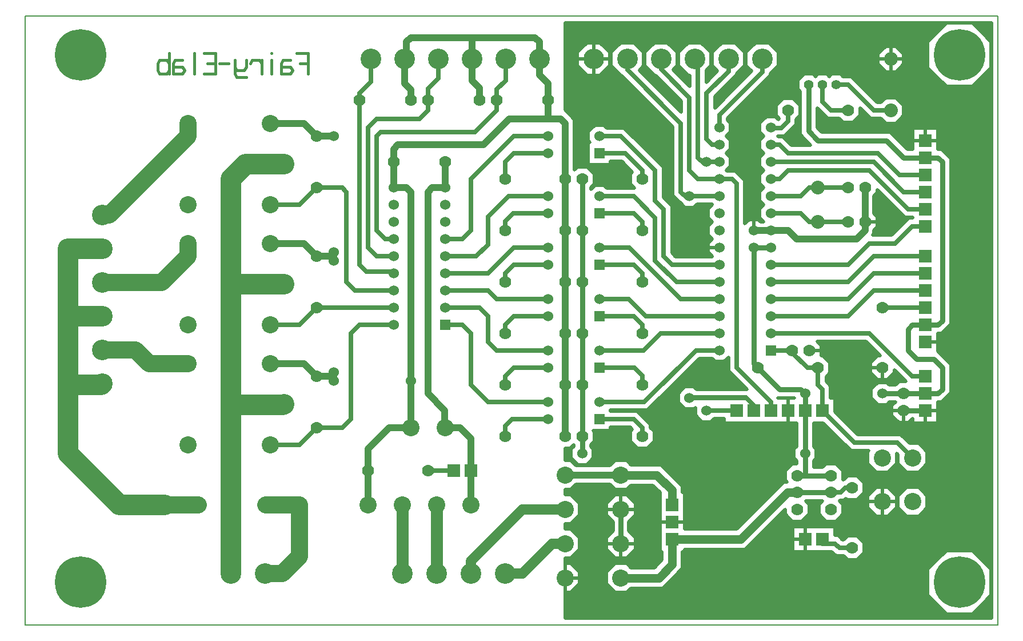
<source format=gbr>
G04 PROTEUS RS274X GERBER FILE*
%FSLAX45Y45*%
%MOMM*%
G01*
%ADD10C,0.635000*%
%ADD11C,3.048000*%
%ADD12C,2.540000*%
%ADD13C,1.016000*%
%ADD14C,0.762000*%
%ADD15C,1.778000*%
%ADD16C,1.270000*%
%ADD17C,1.524000*%
%ADD18C,1.524000*%
%ADD19C,0.508000*%
%ADD70R,1.524000X1.524000*%
%ADD71C,2.540000*%
%ADD20C,3.048000*%
%ADD21R,1.905000X1.905000*%
%ADD22C,2.032000*%
%ADD23C,1.778000*%
%ADD24C,1.397000*%
%ADD25C,7.620000*%
%ADD26C,0.203200*%
%ADD27C,0.457200*%
G36*
X+3266440Y-789941D02*
X-3048000Y-789941D01*
X-3048000Y-406399D01*
X-2958572Y-406399D01*
X-2832101Y-279928D01*
X-2832101Y-101072D01*
X-2958572Y+25399D01*
X-3048000Y+25399D01*
X-3048000Y+101601D01*
X-2958572Y+101601D01*
X-2832101Y+228072D01*
X-2832101Y+406928D01*
X-2958572Y+533399D01*
X-3048000Y+533399D01*
X-3048000Y+609601D01*
X-2958572Y+609601D01*
X-2832101Y+736072D01*
X-2832101Y+914928D01*
X-2958572Y+1041399D01*
X-3048000Y+1041399D01*
X-3048000Y+1117601D01*
X-2958572Y+1117601D01*
X-2882372Y+1193801D01*
X-2388128Y+1193801D01*
X-2311928Y+1117601D01*
X-2133072Y+1117601D01*
X-2069572Y+1181101D01*
X-1750918Y+1181101D01*
X-1642966Y+1073149D01*
X-1644649Y+1073149D01*
X-1644649Y+196851D01*
X-1612899Y+196851D01*
X-1612899Y+73143D01*
X-1724143Y-38101D01*
X-2069572Y-38101D01*
X-2133072Y+25399D01*
X-2311928Y+25399D01*
X-2438399Y-101072D01*
X-2438399Y-279928D01*
X-2311928Y-406399D01*
X-2133072Y-406399D01*
X-2069572Y-342899D01*
X-1597893Y-342899D01*
X-1308101Y-53107D01*
X-1308101Y+196851D01*
X-1276351Y+196851D01*
X-1276351Y+228601D01*
X-381376Y+228601D01*
X+211201Y+821178D01*
X+211201Y+751853D01*
X+315353Y+647701D01*
X+462647Y+647701D01*
X+566799Y+751853D01*
X+566799Y+899147D01*
X+517445Y+948501D01*
X+760555Y+948501D01*
X+711201Y+899147D01*
X+711201Y+751853D01*
X+815353Y+647701D01*
X+962647Y+647701D01*
X+1066799Y+751853D01*
X+1066799Y+899147D01*
X+1015446Y+950500D01*
X+1023797Y+958851D01*
X+1085311Y+958851D01*
X+1112257Y+985797D01*
X+1132853Y+965201D01*
X+1280147Y+965201D01*
X+1384299Y+1069353D01*
X+1384299Y+1216647D01*
X+1280147Y+1320799D01*
X+1132853Y+1320799D01*
X+1075703Y+1263649D01*
X+1066799Y+1263649D01*
X+1066799Y+1399147D01*
X+962647Y+1503299D01*
X+815353Y+1503299D01*
X+764553Y+1452499D01*
X+634999Y+1452499D01*
X+634999Y+1544514D01*
X+673099Y+1582614D01*
X+673099Y+1719386D01*
X+634999Y+1757486D01*
X+634999Y+2101851D01*
X+775527Y+2101851D01*
X+1184550Y+1692828D01*
X+1451001Y+1692828D01*
X+1435101Y+1676928D01*
X+1435101Y+1498072D01*
X+1561572Y+1371601D01*
X+1740428Y+1371601D01*
X+1866899Y+1498072D01*
X+1866899Y+1650979D01*
X+1885101Y+1632777D01*
X+1885101Y+1498072D01*
X+2011572Y+1371601D01*
X+2190428Y+1371601D01*
X+2316899Y+1498072D01*
X+2316899Y+1676928D01*
X+2190428Y+1803399D01*
X+2055723Y+1803399D01*
X+1924996Y+1934126D01*
X+1284496Y+1934126D01*
X+946149Y+2272473D01*
X+946149Y+2470149D01*
X+882649Y+2470149D01*
X+882649Y+2653473D01*
X+819149Y+2716973D01*
X+819149Y+2790203D01*
X+876299Y+2847353D01*
X+876299Y+2994647D01*
X+772147Y+3098799D01*
X+746745Y+3098799D01*
X+749299Y+3101353D01*
X+749299Y+3248647D01*
X+689595Y+3308351D01*
X+1410527Y+3308351D01*
X+1620079Y+3098799D01*
X+1577353Y+3098799D01*
X+1473201Y+2994647D01*
X+1473201Y+2847353D01*
X+1577353Y+2743201D01*
X+1724647Y+2743201D01*
X+1828799Y+2847353D01*
X+1828799Y+2890079D01*
X+2001079Y+2717799D01*
X+1894853Y+2717799D01*
X+1844053Y+2666999D01*
X+1757486Y+2666999D01*
X+1719386Y+2705099D01*
X+1582614Y+2705099D01*
X+1485901Y+2608386D01*
X+1485901Y+2471614D01*
X+1582614Y+2374901D01*
X+1719386Y+2374901D01*
X+1757486Y+2413001D01*
X+1844053Y+2413001D01*
X+1844054Y+2413000D01*
X+1790701Y+2359647D01*
X+1790701Y+2212353D01*
X+1894853Y+2108201D01*
X+2042147Y+2108201D01*
X+2101851Y+2167905D01*
X+2101851Y+2101851D01*
X+2470149Y+2101851D01*
X+2470149Y+2413001D01*
X+2529103Y+2413001D01*
X+2666999Y+2550897D01*
X+2666999Y+2973604D01*
X+2470149Y+3170454D01*
X+2470149Y+3429001D01*
X+2529103Y+3429001D01*
X+2666999Y+3566897D01*
X+2666999Y+6021603D01*
X+2529103Y+6159499D01*
X+2470149Y+6159499D01*
X+2470149Y+6470649D01*
X+2101851Y+6470649D01*
X+2101851Y+6159499D01*
X+2021103Y+6159499D01*
X+1767104Y+6413498D01*
X+751104Y+6413498D01*
X+685799Y+6478803D01*
X+685799Y+6763579D01*
X+839027Y+6610351D01*
X+1012203Y+6610351D01*
X+1069353Y+6553201D01*
X+1216647Y+6553201D01*
X+1320799Y+6657353D01*
X+1320799Y+6763579D01*
X+1474027Y+6610351D01*
X+1629243Y+6610351D01*
X+1699093Y+6540501D01*
X+1856907Y+6540501D01*
X+1968499Y+6652093D01*
X+1968499Y+6809907D01*
X+1856907Y+6921499D01*
X+1699093Y+6921499D01*
X+1629243Y+6851649D01*
X+1573973Y+6851649D01*
X+1192973Y+7232649D01*
X+1069056Y+7232649D01*
X+1030956Y+7270749D01*
X+899444Y+7270749D01*
X+863600Y+7234905D01*
X+827756Y+7270749D01*
X+696244Y+7270749D01*
X+660400Y+7234905D01*
X+624556Y+7270749D01*
X+493044Y+7270749D01*
X+400051Y+7177756D01*
X+400051Y+7046244D01*
X+431801Y+7014494D01*
X+431801Y+6373597D01*
X+588749Y+6216649D01*
X+303973Y+6216649D01*
X+176973Y+6343649D01*
X+112836Y+6343649D01*
X+106617Y+6349868D01*
X+204814Y+6349868D01*
X+374649Y+6519703D01*
X+374649Y+6600203D01*
X+431799Y+6657353D01*
X+431799Y+6804647D01*
X+327647Y+6908799D01*
X+180353Y+6908799D01*
X+76201Y+6804647D01*
X+76201Y+6657353D01*
X+123628Y+6609926D01*
X+112094Y+6598392D01*
X+68386Y+6642099D01*
X-68386Y+6642099D01*
X-165099Y+6545386D01*
X-165099Y+6408614D01*
X-106485Y+6350000D01*
X-165099Y+6291386D01*
X-165099Y+6154614D01*
X-106485Y+6096000D01*
X-165099Y+6037386D01*
X-165099Y+5900614D01*
X-106485Y+5842000D01*
X-165099Y+5783386D01*
X-165099Y+5646614D01*
X-106485Y+5588000D01*
X-165099Y+5529386D01*
X-165099Y+5392614D01*
X-106485Y+5334000D01*
X-165099Y+5275386D01*
X-165099Y+5138614D01*
X-106485Y+5080000D01*
X-106487Y+5079998D01*
X-147513Y+5079998D01*
X-185614Y+5118099D01*
X-322386Y+5118099D01*
X-387351Y+5053134D01*
X-387351Y+5701473D01*
X-521527Y+5835649D01*
X-649164Y+5835649D01*
X-655515Y+5842000D01*
X-596901Y+5900614D01*
X-596901Y+6037386D01*
X-655515Y+6096000D01*
X-596901Y+6154614D01*
X-596901Y+6291386D01*
X-655515Y+6350000D01*
X-596901Y+6408614D01*
X-596901Y+6545386D01*
X-641351Y+6589836D01*
X-641351Y+6617527D01*
X-6351Y+7252527D01*
X-6351Y+7272401D01*
X+114299Y+7393051D01*
X+114299Y+7592949D01*
X-27051Y+7734299D01*
X-226949Y+7734299D01*
X-368299Y+7592949D01*
X-368299Y+7393051D01*
X-287685Y+7312437D01*
X-831851Y+6768271D01*
X-831851Y+6935026D01*
X-506731Y+7260146D01*
X-506731Y+7272401D01*
X-386081Y+7393051D01*
X-386081Y+7592949D01*
X-527431Y+7734299D01*
X-727329Y+7734299D01*
X-868679Y+7592949D01*
X-868679Y+7393051D01*
X-791874Y+7316246D01*
X-958851Y+7149270D01*
X-958851Y+7320661D01*
X-886461Y+7393051D01*
X-886461Y+7592949D01*
X-1027811Y+7734299D01*
X-1227709Y+7734299D01*
X-1369059Y+7592949D01*
X-1369059Y+7393051D01*
X-1227709Y+7251701D01*
X-1200149Y+7251701D01*
X-1200149Y+7085771D01*
X-1447135Y+7332757D01*
X-1386841Y+7393051D01*
X-1386841Y+7592949D01*
X-1528191Y+7734299D01*
X-1728089Y+7734299D01*
X-1869439Y+7592949D01*
X-1869439Y+7393051D01*
X-1728089Y+7251701D01*
X-1707323Y+7251701D01*
X-1327149Y+6871527D01*
X-1327149Y+6704771D01*
X-1950055Y+7327677D01*
X-1884681Y+7393051D01*
X-1884681Y+7592949D01*
X-2026031Y+7734299D01*
X-2225929Y+7734299D01*
X-2367279Y+7592949D01*
X-2367279Y+7393051D01*
X-2225929Y+7251701D01*
X-2215323Y+7251701D01*
X-1454149Y+6490527D01*
X-1454149Y+5474527D01*
X-1319973Y+5340351D01*
X-1319336Y+5340351D01*
X-1274886Y+5295901D01*
X-1138114Y+5295901D01*
X-1093664Y+5340351D01*
X-874836Y+5340351D01*
X-868485Y+5334000D01*
X-927099Y+5275386D01*
X-927099Y+5138614D01*
X-868485Y+5080000D01*
X-927099Y+5021386D01*
X-927099Y+4884614D01*
X-868485Y+4826000D01*
X-927099Y+4767386D01*
X-927099Y+4630614D01*
X-868485Y+4572000D01*
X-874836Y+4565649D01*
X-1410525Y+4565648D01*
X-1466852Y+4621975D01*
X-1466852Y+5320474D01*
X-1593851Y+5447473D01*
X-1593851Y+5891973D01*
X-2172527Y+6470649D01*
X-2427164Y+6470649D01*
X-2471614Y+6515099D01*
X-2608386Y+6515099D01*
X-2705099Y+6418386D01*
X-2705099Y+6281614D01*
X-2684584Y+6261099D01*
X-2705099Y+6261099D01*
X-2705099Y+5930901D01*
X-2374901Y+5930901D01*
X-2374901Y+5975351D01*
X-2208974Y+5975351D01*
X-2052534Y+5818912D01*
X-2082799Y+5788647D01*
X-2082799Y+5641353D01*
X-2023095Y+5581649D01*
X-2427164Y+5581649D01*
X-2471614Y+5626099D01*
X-2608386Y+5626099D01*
X-2667001Y+5567484D01*
X-2667001Y+5590553D01*
X-2616201Y+5641353D01*
X-2616201Y+5788647D01*
X-2720353Y+5892799D01*
X-2867647Y+5892799D01*
X-2908301Y+5852145D01*
X-2908301Y+6598365D01*
X-3048000Y+6738064D01*
X-3048000Y+8028941D01*
X+3266440Y+8028941D01*
X+3266440Y-789941D01*
G37*
%LPC*%
G36*
X-2385061Y+7592949D02*
X-2385061Y+7393051D01*
X-2526411Y+7251701D01*
X-2726309Y+7251701D01*
X-2867659Y+7393051D01*
X-2867659Y+7592949D01*
X-2726309Y+7734299D01*
X-2526411Y+7734299D01*
X-2385061Y+7592949D01*
G37*
G36*
X-2006601Y+914928D02*
X-2006601Y+736072D01*
X-2108201Y+634472D01*
X-2108201Y+508528D01*
X-2006601Y+406928D01*
X-2006601Y+228072D01*
X-2133072Y+101601D01*
X-2311928Y+101601D01*
X-2438399Y+228072D01*
X-2438399Y+406928D01*
X-2336799Y+508528D01*
X-2336799Y+634472D01*
X-2438399Y+736072D01*
X-2438399Y+914928D01*
X-2311928Y+1041399D01*
X-2133072Y+1041399D01*
X-2006601Y+914928D01*
G37*
G36*
X+1885101Y+848072D02*
X+1885101Y+1026928D01*
X+2011572Y+1153399D01*
X+2190428Y+1153399D01*
X+2316899Y+1026928D01*
X+2316899Y+848072D01*
X+2190428Y+721601D01*
X+2011572Y+721601D01*
X+1885101Y+848072D01*
G37*
G36*
X+1435101Y+848072D02*
X+1435101Y+1026928D01*
X+1561572Y+1153399D01*
X+1740428Y+1153399D01*
X+1866899Y+1026928D01*
X+1866899Y+848072D01*
X+1740428Y+721601D01*
X+1561572Y+721601D01*
X+1435101Y+848072D01*
G37*
G36*
X+1856907Y+7302501D02*
X+1699093Y+7302501D01*
X+1587501Y+7414093D01*
X+1587501Y+7571907D01*
X+1699093Y+7683499D01*
X+1856907Y+7683499D01*
X+1968499Y+7571907D01*
X+1968499Y+7414093D01*
X+1856907Y+7302501D01*
G37*
G36*
X+946149Y+438149D02*
X+999892Y+438149D01*
X+1063392Y+374649D01*
X+1075703Y+374649D01*
X+1132853Y+431799D01*
X+1280147Y+431799D01*
X+1384299Y+327647D01*
X+1384299Y+180353D01*
X+1280147Y+76201D01*
X+1132853Y+76201D01*
X+1075703Y+133351D01*
X+963446Y+133351D01*
X+899946Y+196851D01*
X+323851Y+196851D01*
X+323851Y+565149D01*
X+946149Y+565149D01*
X+946149Y+438149D01*
G37*
G36*
X+2324101Y+7361861D02*
X+2324101Y+7751139D01*
X+2599361Y+8026399D01*
X+2988639Y+8026399D01*
X+3263899Y+7751139D01*
X+3263899Y+7361861D01*
X+2988639Y+7086601D01*
X+2599361Y+7086601D01*
X+2324101Y+7361861D01*
G37*
G36*
X+2324101Y-448639D02*
X+2324101Y-59361D01*
X+2599361Y+215899D01*
X+2988639Y+215899D01*
X+3263899Y-59361D01*
X+3263899Y-448639D01*
X+2988639Y-723899D01*
X+2599361Y-723899D01*
X+2324101Y-448639D01*
G37*
%LPD*%
G36*
X-628649Y+2871027D02*
X-357123Y+2599501D01*
X-1096016Y+2599501D01*
X-1138114Y+2641599D01*
X-1274886Y+2641599D01*
X-1371599Y+2544886D01*
X-1371599Y+2408114D01*
X-1274886Y+2311401D01*
X-1138114Y+2311401D01*
X-1117599Y+2331916D01*
X-1117599Y+2217614D01*
X-1020886Y+2120901D01*
X-884114Y+2120901D01*
X-839664Y+2165351D01*
X-692149Y+2165351D01*
X-692149Y+2101851D01*
X+381001Y+2101851D01*
X+381001Y+1757486D01*
X+342901Y+1719386D01*
X+342901Y+1582614D01*
X+381001Y+1544514D01*
X+381001Y+1503299D01*
X+315353Y+1503299D01*
X+211201Y+1399147D01*
X+211201Y+1251853D01*
X+235155Y+1227899D01*
X+186874Y+1227899D01*
X-507626Y+533399D01*
X-1276351Y+533399D01*
X-1276351Y+1073149D01*
X-1308101Y+1073149D01*
X-1308101Y+1169332D01*
X-1624668Y+1485899D01*
X-2069572Y+1485899D01*
X-2133072Y+1549399D01*
X-2311928Y+1549399D01*
X-2388128Y+1473199D01*
X-2882372Y+1473199D01*
X-2958572Y+1549399D01*
X-3048000Y+1549399D01*
X-3048000Y+1727201D01*
X-2974353Y+1727201D01*
X-2921000Y+1780554D01*
X-2920998Y+1780552D01*
X-2920998Y+1757487D01*
X-2959099Y+1719386D01*
X-2959099Y+1582614D01*
X-2862386Y+1485901D01*
X-2725614Y+1485901D01*
X-2628901Y+1582614D01*
X-2628901Y+1719386D01*
X-2667002Y+1757487D01*
X-2667002Y+1780552D01*
X-2616201Y+1831353D01*
X-2616201Y+1978647D01*
X-2631455Y+1993901D01*
X-2374901Y+1993901D01*
X-2374901Y+2038351D01*
X-2081973Y+2038351D01*
X-2052534Y+2008912D01*
X-2082799Y+1978647D01*
X-2082799Y+1831353D01*
X-1978647Y+1727201D01*
X-1831353Y+1727201D01*
X-1727201Y+1831353D01*
X-1727201Y+1978647D01*
X-1784351Y+2035797D01*
X-1784351Y+2081973D01*
X-1982027Y+2279649D01*
X-2374901Y+2279649D01*
X-2374901Y+2292351D01*
X-1824238Y+2292352D01*
X-1060239Y+3056351D01*
X-874836Y+3056351D01*
X-830386Y+3011901D01*
X-693614Y+3011901D01*
X-628649Y+3076866D01*
X-628649Y+2871027D01*
G37*
G36*
X+1982027Y+5149851D02*
X+2101851Y+5149851D01*
X+2101851Y+5137149D01*
X+2045527Y+5137149D01*
X+1791527Y+4883149D01*
X+1506751Y+4883149D01*
X+1523998Y+4900396D01*
X+1523998Y+4955552D01*
X+1574799Y+5006353D01*
X+1574799Y+5153647D01*
X+1523999Y+5204447D01*
X+1523998Y+5334000D01*
X+1523999Y+5463553D01*
X+1574799Y+5514353D01*
X+1574799Y+5557079D01*
X+1982027Y+5149851D01*
G37*
G36*
X+342901Y+2471614D02*
X+344366Y+2470149D01*
X+113473Y+2470149D01*
X+107121Y+2476501D01*
X+342901Y+2476501D01*
X+342901Y+2471614D01*
G37*
D10*
X-3302000Y+6096000D02*
X-3810000Y+6096000D01*
X-3937000Y+5969000D01*
X-3937000Y+5715000D01*
X-3302000Y+5207000D02*
X-3819582Y+5207000D01*
X-3936360Y+5090222D01*
X-3936360Y+4953640D01*
X-3937000Y+4953000D01*
X-3302000Y+4445000D02*
X-3810000Y+4445000D01*
X-3937000Y+4318000D01*
X-3937000Y+4191000D01*
X-3302000Y+3683000D02*
X-3810000Y+3683000D01*
X-3937000Y+3556000D01*
X-3937000Y+3429000D01*
X-3302000Y+3937000D02*
X-4064000Y+3937000D01*
X-4191000Y+4064000D01*
X-4826000Y+4064000D01*
X-3302000Y+4699000D02*
X-3810000Y+4699000D01*
X-4191000Y+4318000D01*
X-4826000Y+4318000D01*
X-3302000Y+5461000D02*
X-3885259Y+5461000D01*
X-4191000Y+5155259D01*
X-4191000Y+4743686D01*
X-4363469Y+4571217D01*
X-4825217Y+4571217D01*
X-4826000Y+4572000D01*
X-3302000Y+2921000D02*
X-3810000Y+2921000D01*
X-3937000Y+2794000D01*
X-3937000Y+2667000D01*
X-3302000Y+3175000D02*
X-4064784Y+3175000D01*
X-4191000Y+3301216D01*
X-4191000Y+3683000D01*
X-4318000Y+3810000D01*
X-4826000Y+3810000D01*
X-3302000Y+2159000D02*
X-3833519Y+2159000D01*
X-3931512Y+2061007D01*
X-3931512Y+1910488D01*
X-3937000Y+1905000D01*
X-3302000Y+2413000D02*
X-4191000Y+2413000D01*
X-4445000Y+2667000D01*
X-4445000Y+3429000D01*
X-4572000Y+3556000D01*
X-4826000Y+3556000D01*
D11*
X-9906000Y+3683000D02*
X-10414000Y+3683000D01*
X-10414000Y+2988518D01*
X-9906000Y+4681220D02*
X-10414000Y+4681220D01*
X-10414000Y+3683000D01*
X-10414000Y+2988518D02*
X-10414000Y+2667000D01*
X-10414000Y+1651000D01*
X-9652000Y+889000D01*
X-8985000Y+889000D01*
D12*
X-7493000Y-127000D02*
X-7239000Y-127000D01*
X-6985000Y+127000D01*
X-6985000Y+889000D01*
X-8636000Y+4756000D02*
X-8636000Y+4572000D01*
X-9024620Y+4183380D01*
X-9906000Y+4183380D01*
X-8636000Y+6534000D02*
X-8635999Y+6350002D01*
X-9804401Y+5181600D01*
X-9906000Y+5181600D01*
D11*
X-7216000Y+4156000D02*
X-8000296Y+4156000D01*
X-8001000Y+4156704D01*
X-8001000Y+2547339D01*
X-8001000Y-127000D02*
X-8001000Y+2547339D01*
X-8001000Y+4156704D02*
X-8001000Y+5715000D01*
X-7782000Y+5934000D01*
X-7216000Y+5934000D01*
X-8001000Y+2547339D02*
X-8000999Y+2368991D01*
X-7225009Y+2368991D01*
X-7216000Y+2378000D01*
D13*
X-7416000Y+6534000D02*
X-6915000Y+6534000D01*
X-6731000Y+6350000D01*
D10*
X-7416000Y+5334000D02*
X-6985000Y+5334000D01*
X-6731000Y+5588000D01*
D13*
X-7416000Y+4756000D02*
X-6915000Y+4756000D01*
X-6731000Y+4572000D01*
D10*
X-7416000Y+3556000D02*
X-6985000Y+3556000D01*
X-6731000Y+3810000D01*
D13*
X-7416000Y+2978000D02*
X-6915000Y+2978000D01*
X-6731000Y+2794000D01*
D10*
X-7416000Y+1778000D02*
X-6985000Y+1778000D01*
X-6731000Y+2032000D01*
X-5588000Y+3810000D02*
X-6731000Y+3810000D01*
D13*
X-5588000Y+5969000D02*
X-5588000Y+5588000D01*
X-4826000Y+5969000D02*
X-4826000Y+5588000D01*
X-5427980Y+7493000D02*
X-5427980Y+7130395D01*
X-5331460Y+7033875D01*
X-5331460Y+6880860D01*
D10*
X-5928360Y+7493000D02*
X-5928360Y+7153450D01*
X-6093460Y+6988350D01*
X-6093460Y+6880860D01*
X-3929380Y+7493000D02*
X-3929380Y+7173893D01*
X-4061460Y+7041813D01*
X-4061460Y+6880860D01*
D13*
X-3429000Y+7493000D02*
X-3429000Y+7259624D01*
X-3299460Y+7130084D01*
X-3299460Y+6880860D01*
D10*
X-4927600Y+7493000D02*
X-4927600Y+7206810D01*
X-5077460Y+7056950D01*
X-5077460Y+6880860D01*
D13*
X-4427220Y+7493000D02*
X-4427220Y+7169921D01*
X-4318000Y+7060701D01*
X-4318000Y+6883400D01*
X-4315460Y+6880860D01*
X-4427220Y+7493000D02*
X-4427220Y+7807714D01*
X-4424434Y+7810500D01*
X-3429000Y+7493000D02*
X-3429000Y+7747000D01*
X-3492500Y+7810500D01*
X-4424434Y+7810500D01*
X-5334000Y+7810500D01*
X-5397500Y+7747000D01*
X-5397500Y+7523480D01*
X-5427980Y+7493000D01*
X-3048000Y+5715000D02*
X-3048000Y+4953000D01*
X-3048000Y+4191000D01*
X-3048000Y+3429000D01*
X-3048000Y+2667000D01*
X-3048000Y+1905000D01*
D14*
X-2794000Y+5715000D02*
X-2794000Y+4953000D01*
X-2794000Y+4191000D01*
X-2794000Y+3429000D01*
X-2794000Y+2667000D01*
X-2794000Y+1905000D01*
D10*
X-3302000Y+6350000D02*
X-3810001Y+6350000D01*
X-4445000Y+5715001D01*
X-4445000Y+4953000D01*
X-4572001Y+4825999D01*
X-4826000Y+4826000D01*
D13*
X-6477000Y+4572000D02*
X-6731000Y+4572000D01*
X-6477000Y+2794000D02*
X-6731000Y+2794000D01*
X-5969000Y+889000D02*
X-5969000Y+1397000D01*
D10*
X-5588000Y+3556000D02*
X-6096000Y+3556000D01*
X-6219472Y+3432528D01*
X-6219472Y+2162528D01*
X-6350000Y+2032000D01*
X-6731000Y+2032000D01*
X-4699000Y+1397000D02*
X-5080000Y+1397000D01*
D15*
X-4953000Y+889000D02*
X-4953000Y-127000D01*
X-5461000Y+889000D02*
X-5461000Y-127000D01*
D13*
X-3299460Y+6880860D02*
X-3299460Y+6794500D01*
X-3299460Y+6733540D01*
X-3299460Y+6604000D01*
X-3111500Y+6604000D01*
X-3048000Y+6540500D01*
X-3048000Y+5715000D01*
X-5588000Y+5588000D02*
X-5397500Y+5588000D01*
X-5334000Y+5524500D01*
X-5334000Y+2730500D01*
X-4826000Y+5588000D02*
X-5016500Y+5588000D01*
X-5080000Y+5524500D01*
X-5080000Y+2539999D01*
X-4829571Y+2289570D01*
X-4829571Y+2035571D01*
X-4826000Y+2032000D01*
X-4604142Y+2032000D01*
X-4445000Y+1872858D01*
X-4445000Y+1397000D01*
X-4445000Y+889000D01*
D10*
X-2540000Y+6096000D02*
X-2159001Y+6096000D01*
X-1905000Y+5841999D01*
X-1905000Y+5715000D01*
X-2540000Y+5207000D02*
X-2032000Y+5207000D01*
X-1905000Y+5080000D01*
X-1905000Y+4953000D01*
X-2540000Y+4445000D02*
X-2032000Y+4445000D01*
X-1905000Y+4318000D01*
X-1905000Y+4191000D01*
X-2540000Y+4699000D02*
X-2095501Y+4699000D01*
X-1333501Y+3937000D01*
X-762000Y+3937000D01*
X-2540000Y+5461000D02*
X-2031999Y+5461000D01*
X-1714500Y+5143501D01*
X-1714500Y+4508499D01*
X-1397001Y+4191000D01*
X-762000Y+4191000D01*
X-2540000Y+3683000D02*
X-2032000Y+3683000D01*
X-1905000Y+3556000D01*
X-1905000Y+3429000D01*
X-762000Y+3683000D02*
X-1852450Y+3683000D01*
X-2106450Y+3937000D01*
X-2540000Y+3937000D01*
X-2540000Y+2921000D02*
X-2024730Y+2921000D01*
X-1906282Y+2802552D01*
X-1906282Y+2668282D01*
X-1905000Y+2667000D01*
X-762000Y+3177000D02*
X-1110212Y+3177000D01*
X-1874212Y+2413000D01*
X-2540000Y+2413000D01*
X-2540000Y+2159000D02*
X-2032000Y+2159000D01*
X-1905000Y+2032000D01*
X-1905000Y+1905000D01*
X+1143000Y+5588000D02*
X+698500Y+5588000D01*
X+1143000Y+5080000D02*
X+698500Y+5080000D01*
X+0Y+5207000D02*
X+444500Y+5207000D01*
X+571500Y+5080000D01*
X+698500Y+5080000D01*
X+698500Y+5588000D02*
X+571500Y+5588000D01*
X+444500Y+5461000D01*
X+0Y+5461000D01*
X+254000Y+6731000D02*
X+254000Y+6569676D01*
X+154841Y+6470517D01*
X+6483Y+6470517D01*
X+0Y+6477000D01*
X+762000Y+7112000D02*
X+762000Y+6858000D01*
X+889000Y+6731000D01*
X+1143000Y+6731000D01*
X+965200Y+7112000D02*
X+1143000Y+7112000D01*
X+1524000Y+6731000D01*
X+1778000Y+6731000D01*
D13*
X-3048000Y+1333500D02*
X-2222500Y+1333500D01*
D16*
X-2222500Y-190500D02*
X-1661018Y-190500D01*
X-1460500Y+10018D01*
X-1460500Y+381000D01*
X-2222500Y+1333500D02*
X-1687793Y+1333500D01*
X-1460500Y+1106207D01*
X-1460500Y+889000D01*
D14*
X+889000Y+1075500D02*
X+389000Y+1075500D01*
X+889000Y+1325500D02*
X+508000Y+1325500D01*
D10*
X+762000Y+381000D02*
X+762000Y+317500D01*
X+949919Y+317500D01*
X+1013419Y+254000D01*
X+1206500Y+254000D01*
X+1206500Y+1143000D02*
X+1098838Y+1143000D01*
X+1035338Y+1079500D01*
X+893000Y+1079500D01*
X+889000Y+1075500D01*
D14*
X+0Y+4699000D02*
X-254000Y+4699000D01*
D13*
X-254000Y+4953000D02*
X+0Y+4953000D01*
D10*
X-1127760Y+7493000D02*
X-1079500Y+7444740D01*
X-1079500Y+6032500D01*
X-1016000Y+5969000D01*
X-952500Y+5969000D01*
D16*
X+389000Y+1075500D02*
X+249999Y+1075500D01*
X-444501Y+381000D01*
X-1460500Y+381000D01*
D17*
X-3048000Y+317500D02*
X-3238500Y+317500D01*
X-3683000Y-127000D01*
X-3937000Y-127000D01*
X-3048000Y+825500D02*
X-3683000Y+825500D01*
X-4445000Y+63500D01*
X-4445000Y-127000D01*
D14*
X+508000Y+2204047D02*
X+508000Y+2286000D01*
X+508000Y+2073791D02*
X+508000Y+2204047D01*
D10*
X-2540000Y+6350000D02*
X-2222500Y+6350000D01*
X-1714500Y+5842000D01*
X-1714500Y+5397500D01*
X-1587500Y+5270500D01*
X-1587500Y+4572001D01*
X-1460499Y+4445000D01*
X-762000Y+4445000D01*
D13*
X+1397000Y+5588000D02*
X+1397000Y+5080000D01*
D10*
X+2286000Y+4064000D02*
X+1523999Y+4064000D01*
X+1142999Y+3683000D01*
X+0Y+3683000D01*
X+2286000Y+4318000D02*
X+1524000Y+4318000D01*
X+1143000Y+3937000D01*
X+0Y+3937000D01*
X+2286000Y+4572000D02*
X+1524000Y+4572000D01*
X+1143000Y+4191000D01*
X+0Y+4191000D01*
X+0Y+4445000D02*
X+1143001Y+4445000D01*
X+1460501Y+4762500D01*
X+1841500Y+4762500D01*
X+2095500Y+5016500D01*
X+2286000Y+5016500D01*
X+0Y+5715000D02*
X+127000Y+5715000D01*
X+254000Y+5842000D01*
X+1460500Y+5842000D01*
X+2032000Y+5270500D01*
X+2286000Y+5270500D01*
X+0Y+5969000D02*
X+1524000Y+5969000D01*
X+1968500Y+5524500D01*
X+2286000Y+5524500D01*
X+0Y+6223000D02*
X+127000Y+6223000D01*
X+254000Y+6096000D01*
X+1587500Y+6096000D01*
X+1905000Y+5778500D01*
X+2286000Y+5778500D01*
X-762000Y+5715000D02*
X-571500Y+5715000D01*
X-508000Y+5651500D01*
X-508000Y+2921000D01*
X+0Y+2413000D01*
X+0Y+2286000D01*
D14*
X-2222500Y+825500D02*
X-2222500Y+317500D01*
D10*
X+762000Y+2286000D02*
X+1234523Y+1813477D01*
X+1875023Y+1813477D01*
X+2101000Y+1587500D01*
X+0Y+3175000D02*
X+317500Y+3175000D01*
X+698500Y+2921000D02*
X+540649Y+2921000D01*
X+317500Y+3144149D01*
X+317500Y+3175000D01*
X+698500Y+2921000D02*
X+698500Y+2667000D01*
X+762000Y+2603500D01*
X+762000Y+2286000D01*
D14*
X-254000Y+4699000D02*
X-254000Y+2984500D01*
X-190500Y+2921000D01*
D10*
X+1651000Y+3810000D02*
X+2286000Y+3810000D01*
D14*
X+1968500Y+2540000D02*
X+2286000Y+2540000D01*
X-190500Y+2921000D02*
X+127000Y+2603500D01*
X+444499Y+2603500D01*
X+508000Y+2540000D01*
D10*
X+0Y+3429000D02*
X+1460500Y+3429000D01*
X+2095500Y+2794000D01*
X+2286000Y+2794000D01*
D14*
X+2286000Y+2286000D02*
X+2057400Y+2286000D01*
X+1968500Y+2286000D01*
X+1968500Y+2540000D02*
X+1651000Y+2540000D01*
X+508000Y+2540000D02*
X+508000Y+2539999D01*
X+508000Y+2476499D01*
X+508000Y+2286000D01*
X+508000Y+2540000D02*
X+508000Y+2476499D01*
D10*
X-508000Y+2286000D02*
X-952500Y+2286000D01*
X-952500Y+5969000D02*
X-762000Y+5969000D01*
X-762000Y+5461000D02*
X-1206500Y+5461000D01*
X-364536Y+2476500D02*
X-254000Y+2365964D01*
X-254000Y+2286000D01*
X-1206500Y+2476500D02*
X-364536Y+2476500D01*
X-366888Y+2478852D01*
X-1204148Y+2478852D01*
X-1206500Y+2476500D01*
D14*
X+1968500Y+6032500D02*
X+2286000Y+6032500D01*
D13*
X-6731000Y+6350000D02*
X-6477000Y+6350000D01*
X-6477000Y+4635500D02*
X-6477000Y+4572000D01*
X-6477000Y+4508500D01*
X-6477000Y+2857500D02*
X-6477000Y+2794000D01*
X-6477000Y+2730500D01*
X-5334000Y+2730500D02*
X-5334000Y+2032000D01*
D14*
X-2794000Y+1905000D02*
X-2794000Y+1651000D01*
X+508000Y+1651000D02*
X+508000Y+1325500D01*
X+389000Y+1325500D01*
X+508000Y+2073791D02*
X+508000Y+1651000D01*
D13*
X-5334000Y+2032000D02*
X-5654636Y+2032000D01*
X-5969000Y+1717636D01*
X-5969000Y+1397000D01*
D10*
X-762000Y+3429000D02*
X-1633682Y+3429000D01*
X-1887682Y+3175000D01*
X-2540000Y+3175000D01*
D13*
X+1397000Y+5080000D02*
X+1397000Y+4953000D01*
X+1270000Y+4826000D01*
X+381000Y+4826000D01*
X+254000Y+4953000D01*
X+0Y+4953000D01*
D14*
X+558800Y+7112000D02*
X+558800Y+6426200D01*
X+698500Y+6286500D01*
X+1714500Y+6286500D01*
X+1968500Y+6032500D01*
D10*
X-6731000Y+5588000D02*
X-6350000Y+5588000D01*
X-6286500Y+5524500D01*
X-6286500Y+4191000D01*
X-6159500Y+4064000D01*
X-5588000Y+4064000D01*
X-6093460Y+6880860D02*
X-6096000Y+6878320D01*
X-6096000Y+4445000D01*
X-5992519Y+4341519D01*
X-5611519Y+4341519D01*
X-5588000Y+4318000D01*
D13*
X-3299460Y+6604000D02*
X-3873500Y+6604000D01*
X-4254500Y+6223000D01*
X-5524500Y+6223000D01*
X-5588000Y+6159500D01*
X-5588000Y+5969000D01*
D10*
X-4061460Y+6880860D02*
X-4061460Y+6733540D01*
X-4381500Y+6413500D01*
X-5778500Y+6413500D01*
X-5842000Y+6350000D01*
X-5842000Y+4953000D01*
X-5715000Y+4826000D01*
X-5588000Y+4826000D01*
X-5077460Y+6880860D02*
X-5077460Y+6733540D01*
X-5207000Y+6604000D01*
X-5841999Y+6604000D01*
X-5969000Y+6476999D01*
X-5969000Y+4698999D01*
X-5842001Y+4572000D01*
X-5588000Y+4572000D01*
D14*
X+2286000Y+6032500D02*
X+2476500Y+6032500D01*
X+2540000Y+5969000D01*
X+2540000Y+3619500D01*
X+2476500Y+3556000D01*
X+2286000Y+3556000D01*
X+2095500Y+3556000D01*
X+2032000Y+3492500D01*
X+2032000Y+3174999D01*
X+2158999Y+3048000D01*
X+2413001Y+3048000D01*
X+2540000Y+2921001D01*
X+2540000Y+2603500D01*
X+2476500Y+2540000D01*
X+2286000Y+2540000D01*
D12*
X-9906000Y+3182620D02*
X-9411292Y+3182620D01*
X-9213172Y+2984500D01*
X-8642500Y+2984500D01*
X-8636000Y+2978000D01*
D11*
X-10414000Y+2667000D02*
X-9922367Y+2665873D01*
X-9906000Y+2682240D01*
D10*
X-627380Y+7493000D02*
X-627380Y+7310119D01*
X-952500Y+6984999D01*
X-952500Y+6305760D01*
X-868020Y+6221280D01*
X-763720Y+6221280D01*
X-762000Y+6223000D01*
X-2125980Y+7493000D02*
X-2125980Y+7332980D01*
X-1333500Y+6540500D01*
X-1333500Y+5524500D01*
X-1270000Y+5461000D01*
X-1206500Y+5461000D01*
X-127000Y+7493000D02*
X-127000Y+7302500D01*
X-762000Y+6667500D01*
X-762000Y+6477000D01*
X-1628140Y+7493000D02*
X-1628140Y+7343140D01*
X-1206500Y+6921500D01*
X-1206500Y+5842000D01*
X-1079500Y+5715000D01*
X-762000Y+5715000D01*
D18*
X+1651000Y+2540000D03*
X+508000Y+2540000D03*
X-952500Y+2286000D03*
X-952500Y+5969000D03*
X-1206500Y+2476500D03*
X-6477000Y+6350000D03*
X-6477000Y+4635500D03*
X-6477000Y+4508500D03*
X-6477000Y+2857500D03*
X-6477000Y+2730500D03*
X-5334000Y+2730500D03*
X-2794000Y+1651000D03*
X+508000Y+1651000D03*
X-1206500Y+5461000D03*
D19*
X+3266440Y-789941D02*
X-3048000Y-789941D01*
X-3048000Y-406399D01*
X-2958572Y-406399D01*
X-2832101Y-279928D01*
X-2832101Y-101072D01*
X-2958572Y+25399D01*
X-3048000Y+25399D01*
X-3048000Y+101601D01*
X-2958572Y+101601D01*
X-2832101Y+228072D01*
X-2832101Y+406928D01*
X-2958572Y+533399D01*
X-3048000Y+533399D01*
X-3048000Y+609601D01*
X-2958572Y+609601D01*
X-2832101Y+736072D01*
X-2832101Y+914928D01*
X-2958572Y+1041399D01*
X-3048000Y+1041399D01*
X-3048000Y+1117601D01*
X-2958572Y+1117601D01*
X-2882372Y+1193801D01*
X-2388128Y+1193801D01*
X-2311928Y+1117601D01*
X-2133072Y+1117601D01*
X-2069572Y+1181101D01*
X-1750918Y+1181101D01*
X-1642966Y+1073149D01*
X-1644649Y+1073149D01*
X-1644649Y+196851D01*
X-1612899Y+196851D01*
X-1612899Y+73143D01*
X-1724143Y-38101D01*
X-2069572Y-38101D01*
X-2133072Y+25399D01*
X-2311928Y+25399D01*
X-2438399Y-101072D01*
X-2438399Y-279928D01*
X-2311928Y-406399D01*
X-2133072Y-406399D01*
X-2069572Y-342899D01*
X-1597893Y-342899D01*
X-1308101Y-53107D01*
X-1308101Y+196851D01*
X-1276351Y+196851D01*
X-1276351Y+228601D01*
X-381376Y+228601D01*
X+211201Y+821178D01*
X+211201Y+751853D01*
X+315353Y+647701D01*
X+462647Y+647701D01*
X+566799Y+751853D01*
X+566799Y+899147D01*
X+517445Y+948501D01*
X+760555Y+948501D01*
X+711201Y+899147D01*
X+711201Y+751853D01*
X+815353Y+647701D01*
X+962647Y+647701D01*
X+1066799Y+751853D01*
X+1066799Y+899147D01*
X+1015446Y+950500D01*
X+1023797Y+958851D01*
X+1085311Y+958851D01*
X+1112257Y+985797D01*
X+1132853Y+965201D01*
X+1280147Y+965201D01*
X+1384299Y+1069353D01*
X+1384299Y+1216647D01*
X+1280147Y+1320799D01*
X+1132853Y+1320799D01*
X+1075703Y+1263649D01*
X+1066799Y+1263649D01*
X+1066799Y+1399147D01*
X+962647Y+1503299D01*
X+815353Y+1503299D01*
X+764553Y+1452499D01*
X+634999Y+1452499D01*
X+634999Y+1544514D01*
X+673099Y+1582614D01*
X+673099Y+1719386D01*
X+634999Y+1757486D01*
X+634999Y+2101851D01*
X+775527Y+2101851D01*
X+1184550Y+1692828D01*
X+1451001Y+1692828D01*
X+1435101Y+1676928D01*
X+1435101Y+1498072D01*
X+1561572Y+1371601D01*
X+1740428Y+1371601D01*
X+1866899Y+1498072D01*
X+1866899Y+1650979D01*
X+1885101Y+1632777D01*
X+1885101Y+1498072D01*
X+2011572Y+1371601D01*
X+2190428Y+1371601D01*
X+2316899Y+1498072D01*
X+2316899Y+1676928D01*
X+2190428Y+1803399D01*
X+2055723Y+1803399D01*
X+1924996Y+1934126D01*
X+1284496Y+1934126D01*
X+946149Y+2272473D01*
X+946149Y+2470149D01*
X+882649Y+2470149D01*
X+882649Y+2653473D01*
X+819149Y+2716973D01*
X+819149Y+2790203D01*
X+876299Y+2847353D01*
X+876299Y+2994647D01*
X+772147Y+3098799D01*
X+746745Y+3098799D01*
X+749299Y+3101353D01*
X+749299Y+3248647D01*
X+689595Y+3308351D01*
X+1410527Y+3308351D01*
X+1620079Y+3098799D01*
X+1577353Y+3098799D01*
X+1473201Y+2994647D01*
X+1473201Y+2847353D01*
X+1577353Y+2743201D01*
X+1724647Y+2743201D01*
X+1828799Y+2847353D01*
X+1828799Y+2890079D01*
X+2001079Y+2717799D01*
X+1894853Y+2717799D01*
X+1844053Y+2666999D01*
X+1757486Y+2666999D01*
X+1719386Y+2705099D01*
X+1582614Y+2705099D01*
X+1485901Y+2608386D01*
X+1485901Y+2471614D01*
X+1582614Y+2374901D01*
X+1719386Y+2374901D01*
X+1757486Y+2413001D01*
X+1844053Y+2413001D01*
X+1844054Y+2413000D01*
X+1790701Y+2359647D01*
X+1790701Y+2212353D01*
X+1894853Y+2108201D01*
X+2042147Y+2108201D01*
X+2101851Y+2167905D01*
X+2101851Y+2101851D01*
X+2470149Y+2101851D01*
X+2470149Y+2413001D01*
X+2529103Y+2413001D01*
X+2666999Y+2550897D01*
X+2666999Y+2973604D01*
X+2470149Y+3170454D01*
X+2470149Y+3429001D01*
X+2529103Y+3429001D01*
X+2666999Y+3566897D01*
X+2666999Y+6021603D01*
X+2529103Y+6159499D01*
X+2470149Y+6159499D01*
X+2470149Y+6470649D01*
X+2101851Y+6470649D01*
X+2101851Y+6159499D01*
X+2021103Y+6159499D01*
X+1767104Y+6413498D01*
X+751104Y+6413498D01*
X+685799Y+6478803D01*
X+685799Y+6763579D01*
X+839027Y+6610351D01*
X+1012203Y+6610351D01*
X+1069353Y+6553201D01*
X+1216647Y+6553201D01*
X+1320799Y+6657353D01*
X+1320799Y+6763579D01*
X+1474027Y+6610351D01*
X+1629243Y+6610351D01*
X+1699093Y+6540501D01*
X+1856907Y+6540501D01*
X+1968499Y+6652093D01*
X+1968499Y+6809907D01*
X+1856907Y+6921499D01*
X+1699093Y+6921499D01*
X+1629243Y+6851649D01*
X+1573973Y+6851649D01*
X+1192973Y+7232649D01*
X+1069056Y+7232649D01*
X+1030956Y+7270749D01*
X+899444Y+7270749D01*
X+863600Y+7234905D01*
X+827756Y+7270749D01*
X+696244Y+7270749D01*
X+660400Y+7234905D01*
X+624556Y+7270749D01*
X+493044Y+7270749D01*
X+400051Y+7177756D01*
X+400051Y+7046244D01*
X+431801Y+7014494D01*
X+431801Y+6373597D01*
X+588749Y+6216649D01*
X+303973Y+6216649D01*
X+176973Y+6343649D01*
X+112836Y+6343649D01*
X+106617Y+6349868D01*
X+204814Y+6349868D01*
X+374649Y+6519703D01*
X+374649Y+6600203D01*
X+431799Y+6657353D01*
X+431799Y+6804647D01*
X+327647Y+6908799D01*
X+180353Y+6908799D01*
X+76201Y+6804647D01*
X+76201Y+6657353D01*
X+123628Y+6609926D01*
X+112094Y+6598392D01*
X+68386Y+6642099D01*
X-68386Y+6642099D01*
X-165099Y+6545386D01*
X-165099Y+6408614D01*
X-106485Y+6350000D01*
X-165099Y+6291386D01*
X-165099Y+6154614D01*
X-106485Y+6096000D01*
X-165099Y+6037386D01*
X-165099Y+5900614D01*
X-106485Y+5842000D01*
X-165099Y+5783386D01*
X-165099Y+5646614D01*
X-106485Y+5588000D01*
X-165099Y+5529386D01*
X-165099Y+5392614D01*
X-106485Y+5334000D01*
X-165099Y+5275386D01*
X-165099Y+5138614D01*
X-106485Y+5080000D01*
X-106487Y+5079998D01*
X-147513Y+5079998D01*
X-185614Y+5118099D01*
X-322386Y+5118099D01*
X-387351Y+5053134D01*
X-387351Y+5701473D01*
X-521527Y+5835649D01*
X-649164Y+5835649D01*
X-655515Y+5842000D01*
X-596901Y+5900614D01*
X-596901Y+6037386D01*
X-655515Y+6096000D01*
X-596901Y+6154614D01*
X-596901Y+6291386D01*
X-655515Y+6350000D01*
X-596901Y+6408614D01*
X-596901Y+6545386D01*
X-641351Y+6589836D01*
X-641351Y+6617527D01*
X-6351Y+7252527D01*
X-6351Y+7272401D01*
X+114299Y+7393051D01*
X+114299Y+7592949D01*
X-27051Y+7734299D01*
X-226949Y+7734299D01*
X-368299Y+7592949D01*
X-368299Y+7393051D01*
X-287685Y+7312437D01*
X-831851Y+6768271D01*
X-831851Y+6935026D01*
X-506731Y+7260146D01*
X-506731Y+7272401D01*
X-386081Y+7393051D01*
X-386081Y+7592949D01*
X-527431Y+7734299D01*
X-727329Y+7734299D01*
X-868679Y+7592949D01*
X-868679Y+7393051D01*
X-791874Y+7316246D01*
X-958851Y+7149270D01*
X-958851Y+7320661D01*
X-886461Y+7393051D01*
X-886461Y+7592949D01*
X-1027811Y+7734299D01*
X-1227709Y+7734299D01*
X-1369059Y+7592949D01*
X-1369059Y+7393051D01*
X-1227709Y+7251701D01*
X-1200149Y+7251701D01*
X-1200149Y+7085771D01*
X-1447135Y+7332757D01*
X-1386841Y+7393051D01*
X-1386841Y+7592949D01*
X-1528191Y+7734299D01*
X-1728089Y+7734299D01*
X-1869439Y+7592949D01*
X-1869439Y+7393051D01*
X-1728089Y+7251701D01*
X-1707323Y+7251701D01*
X-1327149Y+6871527D01*
X-1327149Y+6704771D01*
X-1950055Y+7327677D01*
X-1884681Y+7393051D01*
X-1884681Y+7592949D01*
X-2026031Y+7734299D01*
X-2225929Y+7734299D01*
X-2367279Y+7592949D01*
X-2367279Y+7393051D01*
X-2225929Y+7251701D01*
X-2215323Y+7251701D01*
X-1454149Y+6490527D01*
X-1454149Y+5474527D01*
X-1319973Y+5340351D01*
X-1319336Y+5340351D01*
X-1274886Y+5295901D01*
X-1138114Y+5295901D01*
X-1093664Y+5340351D01*
X-874836Y+5340351D01*
X-868485Y+5334000D01*
X-927099Y+5275386D01*
X-927099Y+5138614D01*
X-868485Y+5080000D01*
X-927099Y+5021386D01*
X-927099Y+4884614D01*
X-868485Y+4826000D01*
X-927099Y+4767386D01*
X-927099Y+4630614D01*
X-868485Y+4572000D01*
X-874836Y+4565649D01*
X-1410525Y+4565648D01*
X-1466852Y+4621975D01*
X-1466852Y+5320474D01*
X-1593851Y+5447473D01*
X-1593851Y+5891973D01*
X-2172527Y+6470649D01*
X-2427164Y+6470649D01*
X-2471614Y+6515099D01*
X-2608386Y+6515099D01*
X-2705099Y+6418386D01*
X-2705099Y+6281614D01*
X-2684584Y+6261099D01*
X-2705099Y+6261099D01*
X-2705099Y+5930901D01*
X-2374901Y+5930901D01*
X-2374901Y+5975351D01*
X-2208974Y+5975351D01*
X-2052534Y+5818912D01*
X-2082799Y+5788647D01*
X-2082799Y+5641353D01*
X-2023095Y+5581649D01*
X-2427164Y+5581649D01*
X-2471614Y+5626099D01*
X-2608386Y+5626099D01*
X-2667001Y+5567484D01*
X-2667001Y+5590553D01*
X-2616201Y+5641353D01*
X-2616201Y+5788647D01*
X-2720353Y+5892799D01*
X-2867647Y+5892799D01*
X-2908301Y+5852145D01*
X-2908301Y+6598365D01*
X-3048000Y+6738064D01*
X-3048000Y+8028941D01*
X+3266440Y+8028941D01*
X+3266440Y-789941D01*
X-2385061Y+7592949D02*
X-2385061Y+7393051D01*
X-2526411Y+7251701D01*
X-2726309Y+7251701D01*
X-2867659Y+7393051D01*
X-2867659Y+7592949D01*
X-2726309Y+7734299D01*
X-2526411Y+7734299D01*
X-2385061Y+7592949D01*
X-2006601Y+914928D02*
X-2006601Y+736072D01*
X-2108201Y+634472D01*
X-2108201Y+508528D01*
X-2006601Y+406928D01*
X-2006601Y+228072D01*
X-2133072Y+101601D01*
X-2311928Y+101601D01*
X-2438399Y+228072D01*
X-2438399Y+406928D01*
X-2336799Y+508528D01*
X-2336799Y+634472D01*
X-2438399Y+736072D01*
X-2438399Y+914928D01*
X-2311928Y+1041399D01*
X-2133072Y+1041399D01*
X-2006601Y+914928D01*
X+1885101Y+848072D02*
X+1885101Y+1026928D01*
X+2011572Y+1153399D01*
X+2190428Y+1153399D01*
X+2316899Y+1026928D01*
X+2316899Y+848072D01*
X+2190428Y+721601D01*
X+2011572Y+721601D01*
X+1885101Y+848072D01*
X+1435101Y+848072D02*
X+1435101Y+1026928D01*
X+1561572Y+1153399D01*
X+1740428Y+1153399D01*
X+1866899Y+1026928D01*
X+1866899Y+848072D01*
X+1740428Y+721601D01*
X+1561572Y+721601D01*
X+1435101Y+848072D01*
X+1856907Y+7302501D02*
X+1699093Y+7302501D01*
X+1587501Y+7414093D01*
X+1587501Y+7571907D01*
X+1699093Y+7683499D01*
X+1856907Y+7683499D01*
X+1968499Y+7571907D01*
X+1968499Y+7414093D01*
X+1856907Y+7302501D01*
X+946149Y+438149D02*
X+999892Y+438149D01*
X+1063392Y+374649D01*
X+1075703Y+374649D01*
X+1132853Y+431799D01*
X+1280147Y+431799D01*
X+1384299Y+327647D01*
X+1384299Y+180353D01*
X+1280147Y+76201D01*
X+1132853Y+76201D01*
X+1075703Y+133351D01*
X+963446Y+133351D01*
X+899946Y+196851D01*
X+323851Y+196851D01*
X+323851Y+565149D01*
X+946149Y+565149D01*
X+946149Y+438149D01*
X+2324101Y+7361861D02*
X+2324101Y+7751139D01*
X+2599361Y+8026399D01*
X+2988639Y+8026399D01*
X+3263899Y+7751139D01*
X+3263899Y+7361861D01*
X+2988639Y+7086601D01*
X+2599361Y+7086601D01*
X+2324101Y+7361861D01*
X+2324101Y-448639D02*
X+2324101Y-59361D01*
X+2599361Y+215899D01*
X+2988639Y+215899D01*
X+3263899Y-59361D01*
X+3263899Y-448639D01*
X+2988639Y-723899D01*
X+2599361Y-723899D01*
X+2324101Y-448639D01*
X-628649Y+2871027D02*
X-357123Y+2599501D01*
X-1096016Y+2599501D01*
X-1138114Y+2641599D01*
X-1274886Y+2641599D01*
X-1371599Y+2544886D01*
X-1371599Y+2408114D01*
X-1274886Y+2311401D01*
X-1138114Y+2311401D01*
X-1117599Y+2331916D01*
X-1117599Y+2217614D01*
X-1020886Y+2120901D01*
X-884114Y+2120901D01*
X-839664Y+2165351D01*
X-692149Y+2165351D01*
X-692149Y+2101851D01*
X+381001Y+2101851D01*
X+381001Y+1757486D01*
X+342901Y+1719386D01*
X+342901Y+1582614D01*
X+381001Y+1544514D01*
X+381001Y+1503299D01*
X+315353Y+1503299D01*
X+211201Y+1399147D01*
X+211201Y+1251853D01*
X+235155Y+1227899D01*
X+186874Y+1227899D01*
X-507626Y+533399D01*
X-1276351Y+533399D01*
X-1276351Y+1073149D01*
X-1308101Y+1073149D01*
X-1308101Y+1169332D01*
X-1624668Y+1485899D01*
X-2069572Y+1485899D01*
X-2133072Y+1549399D01*
X-2311928Y+1549399D01*
X-2388128Y+1473199D01*
X-2882372Y+1473199D01*
X-2958572Y+1549399D01*
X-3048000Y+1549399D01*
X-3048000Y+1727201D01*
X-2974353Y+1727201D01*
X-2921000Y+1780554D01*
X-2920998Y+1780552D01*
X-2920998Y+1757487D01*
X-2959099Y+1719386D01*
X-2959099Y+1582614D01*
X-2862386Y+1485901D01*
X-2725614Y+1485901D01*
X-2628901Y+1582614D01*
X-2628901Y+1719386D01*
X-2667002Y+1757487D01*
X-2667002Y+1780552D01*
X-2616201Y+1831353D01*
X-2616201Y+1978647D01*
X-2631455Y+1993901D01*
X-2374901Y+1993901D01*
X-2374901Y+2038351D01*
X-2081973Y+2038351D01*
X-2052534Y+2008912D01*
X-2082799Y+1978647D01*
X-2082799Y+1831353D01*
X-1978647Y+1727201D01*
X-1831353Y+1727201D01*
X-1727201Y+1831353D01*
X-1727201Y+1978647D01*
X-1784351Y+2035797D01*
X-1784351Y+2081973D01*
X-1982027Y+2279649D01*
X-2374901Y+2279649D01*
X-2374901Y+2292351D01*
X-1824238Y+2292352D01*
X-1060239Y+3056351D01*
X-874836Y+3056351D01*
X-830386Y+3011901D01*
X-693614Y+3011901D01*
X-628649Y+3076866D01*
X-628649Y+2871027D01*
X+1982027Y+5149851D02*
X+2101851Y+5149851D01*
X+2101851Y+5137149D01*
X+2045527Y+5137149D01*
X+1791527Y+4883149D01*
X+1506751Y+4883149D01*
X+1523998Y+4900396D01*
X+1523998Y+4955552D01*
X+1574799Y+5006353D01*
X+1574799Y+5153647D01*
X+1523999Y+5204447D01*
X+1523998Y+5334000D01*
X+1523999Y+5463553D01*
X+1574799Y+5514353D01*
X+1574799Y+5557079D01*
X+1982027Y+5149851D01*
X+342901Y+2471614D02*
X+344366Y+2470149D01*
X+113473Y+2470149D01*
X+107121Y+2476501D01*
X+342901Y+2476501D01*
X+342901Y+2471614D01*
X-927099Y+4699000D02*
X-762000Y+4699000D01*
X-2385061Y+7493000D02*
X-2626360Y+7493000D01*
X-2867659Y+7493000D02*
X-2626360Y+7493000D01*
X-2626360Y+7734299D02*
X-2626360Y+7493000D01*
X-2626360Y+7251701D02*
X-2626360Y+7493000D01*
X+254000Y+2101851D02*
X+254000Y+2286000D01*
X+254000Y+2470149D02*
X+254000Y+2286000D01*
X+2101851Y+6286500D02*
X+2286000Y+6286500D01*
X+2470149Y+6286500D02*
X+2286000Y+6286500D01*
X+2286000Y+6470649D02*
X+2286000Y+6286500D01*
X-3048000Y+25399D02*
X-3048000Y-190500D01*
X-3048000Y-406399D02*
X-3048000Y-190500D01*
X-2832101Y-190500D02*
X-3048000Y-190500D01*
X-2222500Y+1041399D02*
X-2222500Y+825500D01*
X-2438399Y+825500D02*
X-2222500Y+825500D01*
X-2006601Y+825500D02*
X-2222500Y+825500D01*
X-2222500Y+101601D02*
X-2222500Y+317500D01*
X-2006601Y+317500D02*
X-2222500Y+317500D01*
X-2438399Y+317500D02*
X-2222500Y+317500D01*
X+1435101Y+937500D02*
X+1651000Y+937500D01*
X+1866899Y+937500D02*
X+1651000Y+937500D01*
X+1651000Y+721601D02*
X+1651000Y+937500D01*
X+1651000Y+1153399D02*
X+1651000Y+937500D01*
X-1276351Y+635000D02*
X-1460500Y+635000D01*
X-1644649Y+635000D02*
X-1460500Y+635000D01*
X-254000Y+5118099D02*
X-254000Y+4953000D01*
X+749299Y+3175000D02*
X+571500Y+3175000D01*
X+2470149Y+2286000D02*
X+2286000Y+2286000D01*
X+2286000Y+2101851D02*
X+2286000Y+2286000D01*
X+1574799Y+5080000D02*
X+1397000Y+5080000D01*
X+1778000Y+7302501D02*
X+1778000Y+7493000D01*
X+1778000Y+7683499D02*
X+1778000Y+7493000D01*
X+1968499Y+7493000D02*
X+1778000Y+7493000D01*
X+1587501Y+7493000D02*
X+1778000Y+7493000D01*
X+2470149Y+3302000D02*
X+2286000Y+3302000D01*
X+1651000Y+2743201D02*
X+1651000Y+2921000D01*
X+1473201Y+2921000D02*
X+1651000Y+2921000D01*
X+323851Y+381000D02*
X+508000Y+381000D01*
X+508000Y+565149D02*
X+508000Y+381000D01*
X+508000Y+196851D02*
X+508000Y+381000D01*
X+1968500Y+2108201D02*
X+1968500Y+2286000D01*
X+1790701Y+2286000D02*
X+1968500Y+2286000D01*
D70*
X+0Y+3175000D03*
D18*
X+0Y+3429000D03*
X+0Y+3683000D03*
X+0Y+3937000D03*
X+0Y+4191000D03*
X+0Y+4445000D03*
X+0Y+4699000D03*
X+0Y+4953000D03*
X+0Y+5207000D03*
X+0Y+5461000D03*
X+0Y+5715000D03*
X+0Y+5969000D03*
X+0Y+6223000D03*
X+0Y+6477000D03*
X-762000Y+6477000D03*
X-762000Y+6223000D03*
X-762000Y+5969000D03*
X-762000Y+5715000D03*
X-762000Y+5461000D03*
X-762000Y+5207000D03*
X-762000Y+4953000D03*
X-762000Y+4699000D03*
X-762000Y+4445000D03*
X-762000Y+4191000D03*
X-762000Y+3937000D03*
X-762000Y+3683000D03*
X-762000Y+3429000D03*
X-762000Y+3177000D03*
D71*
X-7416000Y+1778000D03*
X-7416000Y+2978000D03*
X-7216000Y+2378000D03*
X-8636000Y+1778000D03*
X-8636000Y+2978000D03*
X-7416000Y+3556000D03*
X-7416000Y+4756000D03*
X-7216000Y+4156000D03*
X-8636000Y+3556000D03*
X-8636000Y+4756000D03*
X-7416000Y+5334000D03*
X-7416000Y+6534000D03*
X-7216000Y+5934000D03*
X-8636000Y+5334000D03*
X-8636000Y+6534000D03*
D70*
X-4826000Y+3556000D03*
D18*
X-4826000Y+3810000D03*
X-4826000Y+4064000D03*
X-4826000Y+4318000D03*
X-4826000Y+4572000D03*
X-4826000Y+4826000D03*
X-4826000Y+5080000D03*
X-4826000Y+5334000D03*
X-4826000Y+5588000D03*
X-5588000Y+5588000D03*
X-5588000Y+5334000D03*
X-5588000Y+5080000D03*
X-5588000Y+4826000D03*
X-5588000Y+4572000D03*
X-5588000Y+4318000D03*
X-5588000Y+4064000D03*
X-5588000Y+3810000D03*
X-5588000Y+3556000D03*
D20*
X-5928360Y+7493000D03*
X-5427980Y+7493000D03*
X-4927600Y+7493000D03*
X-4427220Y+7493000D03*
X-3929380Y+7493000D03*
X-3429000Y+7493000D03*
X-127000Y+7493000D03*
X-627380Y+7493000D03*
X-1127760Y+7493000D03*
X-1628140Y+7493000D03*
X-2125980Y+7493000D03*
X-2626360Y+7493000D03*
D71*
X-5334000Y+2032000D03*
X-4826000Y+2032000D03*
D20*
X-9906000Y+2682240D03*
X-9906000Y+3182620D03*
X-9906000Y+3683000D03*
X-9906000Y+4183380D03*
X-9906000Y+4681220D03*
X-9906000Y+5181600D03*
D21*
X+762000Y+2286000D03*
X+508000Y+2286000D03*
X+254000Y+2286000D03*
X+0Y+2286000D03*
X-254000Y+2286000D03*
X-508000Y+2286000D03*
X+2286000Y+5016500D03*
X+2286000Y+5270500D03*
X+2286000Y+5524500D03*
X+2286000Y+5778500D03*
X+2286000Y+6032500D03*
X+2286000Y+6286500D03*
D22*
X+698500Y+5080000D03*
X+698500Y+5588000D03*
D71*
X-3048000Y+1333500D03*
X-3048000Y-190500D03*
X-3048000Y+825500D03*
X-3048000Y+317500D03*
X-2222500Y+1333500D03*
X-2222500Y+825500D03*
D20*
X-3937000Y-127000D03*
X-4445000Y-127000D03*
D71*
X-5969000Y+889000D03*
X-4445000Y+889000D03*
X-5461000Y+889000D03*
X-4953000Y+889000D03*
X-2222500Y-190500D03*
X-2222500Y+317500D03*
X+2101000Y+1587500D03*
X+2101000Y+937500D03*
X+1651000Y+1587500D03*
X+1651000Y+937500D03*
D21*
X-1460500Y+889000D03*
X-1460500Y+635000D03*
X-1460500Y+381000D03*
D18*
X-254000Y+4699000D03*
X-254000Y+4953000D03*
D23*
X+317500Y+3175000D03*
X+571500Y+3175000D03*
X-190500Y+2921000D03*
X+698500Y+2921000D03*
D21*
X+2286000Y+2794000D03*
X+2286000Y+2540000D03*
X+2286000Y+2286000D03*
D23*
X-6731000Y+2032000D03*
X-6731000Y+2794000D03*
X-6731000Y+3810000D03*
X-6731000Y+4572000D03*
X-6731000Y+5588000D03*
X-6731000Y+6350000D03*
X-6093460Y+6880860D03*
X-5331460Y+6880860D03*
X-5077460Y+6880860D03*
X-4315460Y+6880860D03*
X-4061460Y+6880860D03*
X-3299460Y+6880860D03*
X-4826000Y+5969000D03*
X-5588000Y+5969000D03*
X+389000Y+825500D03*
X+389000Y+1075500D03*
X+389000Y+1325500D03*
X+889000Y+1325500D03*
X+889000Y+1075500D03*
X+889000Y+825500D03*
X+1397000Y+5080000D03*
X+1143000Y+5080000D03*
X+1397000Y+5588000D03*
X+1143000Y+5588000D03*
D22*
X+1778000Y+6731000D03*
X+1778000Y+7493000D03*
D21*
X+2286000Y+3302000D03*
X+2286000Y+3556000D03*
X+2286000Y+3810000D03*
X+2286000Y+4064000D03*
X+2286000Y+4318000D03*
X+2286000Y+4572000D03*
D23*
X+1651000Y+3810000D03*
X+1651000Y+2921000D03*
D70*
X-2540000Y+2159000D03*
D18*
X-2540000Y+2413000D03*
X-3302000Y+2413000D03*
X-3302000Y+2159000D03*
D23*
X-3937000Y+1905000D03*
X-3048000Y+1905000D03*
X-2794000Y+1905000D03*
X-1905000Y+1905000D03*
D70*
X-2540000Y+2921000D03*
D18*
X-2540000Y+3175000D03*
X-3302000Y+3175000D03*
X-3302000Y+2921000D03*
D23*
X-3937000Y+2667000D03*
X-3048000Y+2667000D03*
X-2794000Y+2667000D03*
X-1905000Y+2667000D03*
D70*
X-2540000Y+3683000D03*
D18*
X-2540000Y+3937000D03*
X-3302000Y+3937000D03*
X-3302000Y+3683000D03*
D23*
X-3937000Y+3429000D03*
X-3048000Y+3429000D03*
X-2794000Y+3429000D03*
X-1905000Y+3429000D03*
D70*
X-2540000Y+4445000D03*
D18*
X-2540000Y+4699000D03*
X-3302000Y+4699000D03*
X-3302000Y+4445000D03*
D23*
X-3937000Y+4191000D03*
X-3048000Y+4191000D03*
X-2794000Y+4191000D03*
X-1905000Y+4191000D03*
D70*
X-2540000Y+5207000D03*
D18*
X-2540000Y+5461000D03*
X-3302000Y+5461000D03*
X-3302000Y+5207000D03*
D23*
X-3937000Y+4953000D03*
X-3048000Y+4953000D03*
X-2794000Y+4953000D03*
X-1905000Y+4953000D03*
D70*
X-2540000Y+6096000D03*
D18*
X-2540000Y+6350000D03*
X-3302000Y+6350000D03*
X-3302000Y+6096000D03*
D23*
X-3937000Y+5715000D03*
X-3048000Y+5715000D03*
X-2794000Y+5715000D03*
X-1905000Y+5715000D03*
D20*
X-4953000Y-127000D03*
X-5461000Y-127000D03*
D24*
X+558800Y+7112000D03*
X+762000Y+7112000D03*
X+965200Y+7112000D03*
D23*
X+1143000Y+6731000D03*
X+254000Y+6731000D03*
D21*
X+762000Y+381000D03*
X+508000Y+381000D03*
D23*
X+1206500Y+1143000D03*
X+1206500Y+254000D03*
D21*
X-4699000Y+1397000D03*
X-4445000Y+1397000D03*
D23*
X-5969000Y+1397000D03*
X-5080000Y+1397000D03*
D22*
X-7485000Y+889000D03*
X-6985000Y+889000D03*
X-8985000Y+889000D03*
X-8485000Y+889000D03*
D20*
X-7493000Y-127000D03*
X-8001000Y-127000D03*
D23*
X+1968500Y+2540000D03*
X+1968500Y+2286000D03*
D25*
X-10223500Y+7556500D03*
X-10223500Y-254000D03*
X+2794000Y+7556500D03*
X+2794000Y-254000D03*
D26*
X-11049000Y-889000D02*
X+3365500Y-889000D01*
X+3365500Y+8128000D01*
X-11049000Y+8128000D01*
X-11049000Y-889000D01*
D12*
X-6985000Y+889000D02*
X-7485000Y+889000D01*
X-8485000Y+889000D02*
X-8985000Y+889000D01*
D27*
X-6858000Y+7277100D02*
X-6858000Y+7581900D01*
X-7029450Y+7581900D01*
X-6858000Y+7429500D02*
X-6972300Y+7429500D01*
X-7115175Y+7480300D02*
X-7229475Y+7480300D01*
X-7258050Y+7429500D01*
X-7258050Y+7277100D01*
X-7115175Y+7277100D01*
X-7086600Y+7327900D01*
X-7115175Y+7378700D01*
X-7258050Y+7378700D01*
X-7400925Y+7480300D02*
X-7400925Y+7277100D01*
X-7400925Y+7581900D02*
X-7400925Y+7581900D01*
X-7543800Y+7277100D02*
X-7543800Y+7480300D01*
X-7543800Y+7429500D02*
X-7572375Y+7480300D01*
X-7686675Y+7480300D01*
X-7715250Y+7429500D01*
X-7772400Y+7480300D02*
X-7772400Y+7378700D01*
X-7800975Y+7327900D01*
X-7915275Y+7327900D01*
X-7943850Y+7378700D01*
X-7943850Y+7480300D02*
X-7943850Y+7277100D01*
X-7915275Y+7226300D01*
X-7772400Y+7226300D01*
X-8029575Y+7429500D02*
X-8172450Y+7429500D01*
X-8401050Y+7277100D02*
X-8229600Y+7277100D01*
X-8229600Y+7581900D01*
X-8401050Y+7581900D01*
X-8229600Y+7429500D02*
X-8343900Y+7429500D01*
X-8543925Y+7581900D02*
X-8543925Y+7277100D01*
X-8715375Y+7480300D02*
X-8829675Y+7480300D01*
X-8858250Y+7429500D01*
X-8858250Y+7277100D01*
X-8715375Y+7277100D01*
X-8686800Y+7327900D01*
X-8715375Y+7378700D01*
X-8858250Y+7378700D01*
X-8915400Y+7429500D02*
X-8943975Y+7480300D01*
X-9058275Y+7480300D01*
X-9086850Y+7429500D01*
X-9086850Y+7327900D01*
X-9058275Y+7277100D01*
X-8943975Y+7277100D01*
X-8915400Y+7327900D01*
X-8915400Y+7277100D02*
X-8915400Y+7581900D01*
M02*

</source>
